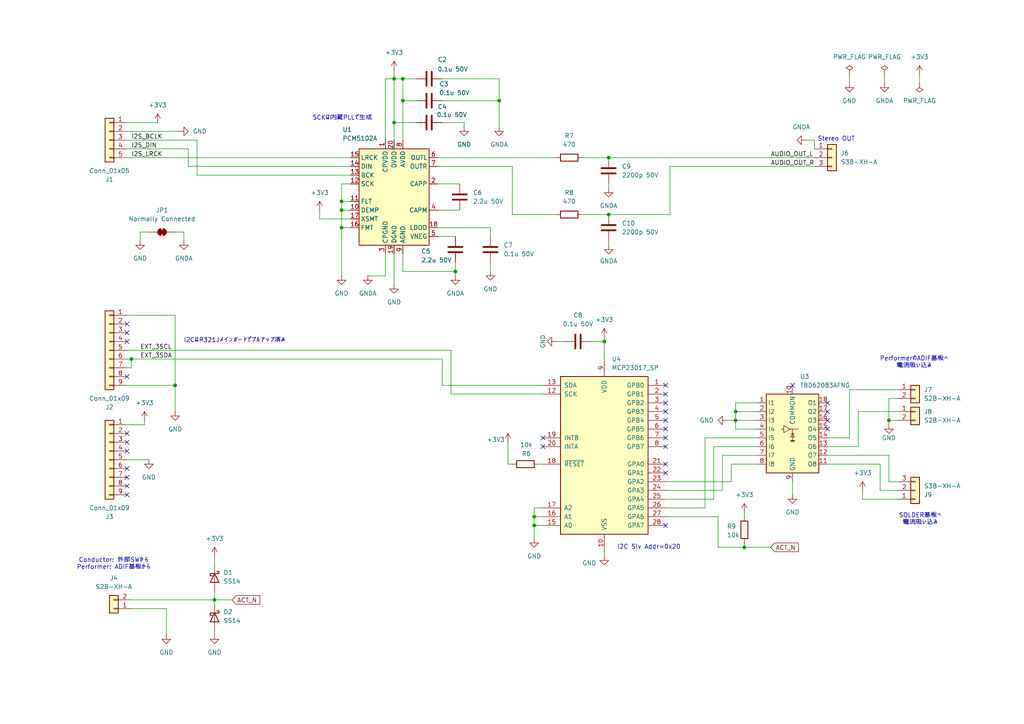
<source format=kicad_sch>
(kicad_sch (version 20250114) (generator "eeschema") (generator_version "9.0")
  (paper "A4")
  (title_block (title "週10で松屋 ADIF-BB基板") (date "2025-12-07") (rev "1.0"))
  (lib_symbols
    (symbol "Audio:PCM5102A"
      (property "Reference" "U" (at -10.16 13.97 0))
      (property "Value" "PCM5102A" (at 3.81 13.97 0))
      (symbol "PCM5102A_0_1"
        (rectangle (start -10.16 12.7) (end 10.16 -15.24) (stroke (width 0.254)) (fill (type background)))
      )
      (symbol "PCM5102A_1_1"
        (pin input line (at -12.7 10.16 0) (length 2.54) (name "LRCK") (number "15"))
        (pin input line (at -12.7 7.62 0) (length 2.54) (name "DIN") (number "14"))
        (pin input line (at -12.7 5.08 0) (length 2.54) (name "BCK") (number "13"))
        (pin input line (at -12.7 2.54 0) (length 2.54) (name "SCK") (number "12"))
        (pin input line (at -12.7 -2.54 0) (length 2.54) (name "FLT") (number "11"))
        (pin input line (at -12.7 -5.08 0) (length 2.54) (name "DEMP") (number "10"))
        (pin input line (at -12.7 -7.62 0) (length 2.54) (name "XSMT") (number "17"))
        (pin input line (at -12.7 -10.16 0) (length 2.54) (name "FMT") (number "16"))
        (pin passive line (at -2.54 15.24 270) (length 2.54) (name "CPVDD") (number "1"))
        (pin power_in line (at -2.54 -17.78 90) (length 2.54) (name "CPGND") (number "3"))
        (pin power_in line (at 0 15.24 270) (length 2.54) (name "DVDD") (number "20"))
        (pin power_in line (at 0 -17.78 90) (length 2.54) (name "DGND") (number "19"))
        (pin power_in line (at 2.54 15.24 270) (length 2.54) (name "AVDD") (number "8"))
        (pin power_in line (at 2.54 -17.78 90) (length 2.54) (name "AGND") (number "9"))
        (pin output line (at 12.7 10.16 180) (length 2.54) (name "OUTL") (number "6"))
        (pin output line (at 12.7 7.62 180) (length 2.54) (name "OUTR") (number "7"))
        (pin passive line (at 12.7 2.54 180) (length 2.54) (name "CAPP") (number "2"))
        (pin passive line (at 12.7 -5.08 180) (length 2.54) (name "CAPM") (number "4"))
        (pin passive line (at 12.7 -10.16 180) (length 2.54) (name "LDOO") (number "18"))
        (pin passive line (at 12.7 -12.7 180) (length 2.54) (name "VNEG") (number "5"))
      )
    )
    (symbol "Connector_Generic:Conn_01x02" (pin_names (offset 1.016) (hide yes))
      (property "Reference" "J" (at 0 2.54 0))
      (property "Value" "Conn_01x02" (at 0 -5.08 0))
      (symbol "Conn_01x02_1_1"
        (rectangle (start -1.27 1.27) (end 1.27 -3.81) (stroke (width 0.254)) (fill (type background)))
        (rectangle (start -1.27 0.127) (end 0 -0.127) (stroke (width 0.1524)))
        (rectangle (start -1.27 -2.413) (end 0 -2.667) (stroke (width 0.1524)))
        (pin passive line (at -5.08 0 0) (length 3.81) (name "Pin_1") (number "1"))
        (pin passive line (at -5.08 -2.54 0) (length 3.81) (name "Pin_2") (number "2"))
      )
    )
    (symbol "Connector_Generic:Conn_01x03" (pin_names (offset 1.016) (hide yes))
      (property "Reference" "J" (at 0 5.08 0))
      (property "Value" "Conn_01x03" (at 0 -5.08 0))
      (symbol "Conn_01x03_1_1"
        (rectangle (start -1.27 3.81) (end 1.27 -3.81) (stroke (width 0.254)) (fill (type background)))
        (rectangle (start -1.27 2.667) (end 0 2.413) (stroke (width 0.1524)))
        (rectangle (start -1.27 0.127) (end 0 -0.127) (stroke (width 0.1524)))
        (rectangle (start -1.27 -2.413) (end 0 -2.667) (stroke (width 0.1524)))
        (pin passive line (at -5.08 2.54 0) (length 3.81) (name "Pin_1") (number "1"))
        (pin passive line (at -5.08 0 0) (length 3.81) (name "Pin_2") (number "2"))
        (pin passive line (at -5.08 -2.54 0) (length 3.81) (name "Pin_3") (number "3"))
      )
    )
    (symbol "Connector_Generic:Conn_01x05" (pin_names (offset 1.016) (hide yes))
      (property "Reference" "J" (at 0 7.62 0))
      (property "Value" "Conn_01x05" (at 0 -7.62 0))
      (symbol "Conn_01x05_1_1"
        (rectangle (start -1.27 6.35) (end 1.27 -6.35) (stroke (width 0.254)) (fill (type background)))
        (rectangle (start -1.27 5.207) (end 0 4.953) (stroke (width 0.1524)))
        (rectangle (start -1.27 2.667) (end 0 2.413) (stroke (width 0.1524)))
        (rectangle (start -1.27 0.127) (end 0 -0.127) (stroke (width 0.1524)))
        (rectangle (start -1.27 -2.413) (end 0 -2.667) (stroke (width 0.1524)))
        (rectangle (start -1.27 -4.953) (end 0 -5.207) (stroke (width 0.1524)))
        (pin passive line (at -5.08 5.08 0) (length 3.81) (name "Pin_1") (number "1"))
        (pin passive line (at -5.08 2.54 0) (length 3.81) (name "Pin_2") (number "2"))
        (pin passive line (at -5.08 0 0) (length 3.81) (name "Pin_3") (number "3"))
        (pin passive line (at -5.08 -2.54 0) (length 3.81) (name "Pin_4") (number "4"))
        (pin passive line (at -5.08 -5.08 0) (length 3.81) (name "Pin_5") (number "5"))
      )
    )
    (symbol "Connector_Generic:Conn_01x09" (pin_names (offset 1.016) (hide yes))
      (property "Reference" "J" (at 0 12.7 0))
      (property "Value" "Conn_01x09" (at 0 -12.7 0))
      (symbol "Conn_01x09_1_1"
        (rectangle (start -1.27 11.43) (end 1.27 -11.43) (stroke (width 0.254)) (fill (type background)))
        (rectangle (start -1.27 10.287) (end 0 10.033) (stroke (width 0.1524)))
        (rectangle (start -1.27 7.747) (end 0 7.493) (stroke (width 0.1524)))
        (rectangle (start -1.27 5.207) (end 0 4.953) (stroke (width 0.1524)))
        (rectangle (start -1.27 2.667) (end 0 2.413) (stroke (width 0.1524)))
        (rectangle (start -1.27 0.127) (end 0 -0.127) (stroke (width 0.1524)))
        (rectangle (start -1.27 -2.413) (end 0 -2.667) (stroke (width 0.1524)))
        (rectangle (start -1.27 -4.953) (end 0 -5.207) (stroke (width 0.1524)))
        (rectangle (start -1.27 -7.493) (end 0 -7.747) (stroke (width 0.1524)))
        (rectangle (start -1.27 -10.033) (end 0 -10.287) (stroke (width 0.1524)))
        (pin passive line (at -5.08 10.16 0) (length 3.81) (name "Pin_1") (number "1"))
        (pin passive line (at -5.08 7.62 0) (length 3.81) (name "Pin_2") (number "2"))
        (pin passive line (at -5.08 5.08 0) (length 3.81) (name "Pin_3") (number "3"))
        (pin passive line (at -5.08 2.54 0) (length 3.81) (name "Pin_4") (number "4"))
        (pin passive line (at -5.08 0 0) (length 3.81) (name "Pin_5") (number "5"))
        (pin passive line (at -5.08 -2.54 0) (length 3.81) (name "Pin_6") (number "6"))
        (pin passive line (at -5.08 -5.08 0) (length 3.81) (name "Pin_7") (number "7"))
        (pin passive line (at -5.08 -7.62 0) (length 3.81) (name "Pin_8") (number "8"))
        (pin passive line (at -5.08 -10.16 0) (length 3.81) (name "Pin_9") (number "9"))
      )
    )
    (symbol "Device:C" (pin_numbers (hide yes)) (pin_names (offset 0.254))
      (property "Reference" "C" (at 0.635 2.54 0))
      (property "Value" "C" (at 0.635 -2.54 0))
      (symbol "C_0_1"
        (polyline (pts (xy -2.032 0.762) (xy 2.032 0.762)) (stroke (width 0.508)))
        (polyline (pts (xy -2.032 -0.762) (xy 2.032 -0.762)) (stroke (width 0.508)))
      )
      (symbol "C_1_1"
        (pin passive line (at 0 3.81 270) (length 2.794) (name "~") (number "1"))
        (pin passive line (at 0 -3.81 90) (length 2.794) (name "~") (number "2"))
      )
    )
    (symbol "Device:R" (pin_numbers (hide yes)) (pin_names (offset 0))
      (property "Reference" "R" (at 2.032 0 90))
      (property "Value" "R" (at 0 0 90))
      (symbol "R_0_1"
        (rectangle (start -1.016 -2.54) (end 1.016 2.54) (stroke (width 0.254)))
      )
      (symbol "R_1_1"
        (pin passive line (at 0 3.81 270) (length 1.27) (name "~") (number "1"))
        (pin passive line (at 0 -3.81 90) (length 1.27) (name "~") (number "2"))
      )
    )
    (symbol "Diode:SS14" (pin_numbers (hide yes)) (pin_names (offset 1.016) (hide yes))
      (property "Reference" "D" (at 0 2.54 0))
      (property "Value" "SS14" (at 0 -2.54 0))
      (symbol "SS14_0_1"
        (polyline (pts (xy -1.905 0.635) (xy -1.905 1.27) (xy -1.27 1.27) (xy -1.27 -1.27) (xy -0.635 -1.27) (xy -0.635 -0.635)) (stroke (width 0.254)))
        (polyline (pts (xy 1.27 1.27) (xy 1.27 -1.27) (xy -1.27 0) (xy 1.27 1.27)) (stroke (width 0.254)))
        (polyline (pts (xy 1.27 0) (xy -1.27 0)))
      )
      (symbol "SS14_1_1"
        (pin passive line (at -3.81 0 0) (length 2.54) (name "K") (number "1"))
        (pin passive line (at 3.81 0 180) (length 2.54) (name "A") (number "2"))
      )
    )
    (symbol "Interface_Expansion:MCP23017_SP" (pin_names (offset 1.016))
      (property "Reference" "U" (at -11.43 24.13 0))
      (property "Value" "MCP23017_SP" (at 0 0 0))
      (symbol "MCP23017_SP_0_1"
        (rectangle (start -12.7 22.86) (end 12.7 -22.86) (stroke (width 0.254)) (fill (type background)))
      )
      (symbol "MCP23017_SP_1_1"
        (pin bidirectional line (at -17.78 20.32 0) (length 5.08) (name "SDA") (number "13"))
        (pin input line (at -17.78 17.78 0) (length 5.08) (name "SCK") (number "12"))
        (pin tri_state line (at -17.78 5.08 0) (length 5.08) (name "INTB") (number "19"))
        (pin tri_state line (at -17.78 2.54 0) (length 5.08) (name "INTA") (number "20"))
        (pin input line (at -17.78 -2.54 0) (length 5.08) (name "~{RESET}") (number "18"))
        (pin input line (at -17.78 -15.24 0) (length 5.08) (name "A2") (number "17"))
        (pin input line (at -17.78 -17.78 0) (length 5.08) (name "A1") (number "16"))
        (pin input line (at -17.78 -20.32 0) (length 5.08) (name "A0") (number "15"))
        (pin no_connect line (at -12.7 15.24 0) (length 5.08) (hide yes) (name "NC") (number "11"))
        (pin no_connect line (at -12.7 12.7 0) (length 5.08) (hide yes) (name "NC") (number "14"))
        (pin power_in line (at 0 27.94 270) (length 5.08) (name "VDD") (number "9"))
        (pin power_in line (at 0 -27.94 90) (length 5.08) (name "VSS") (number "10"))
        (pin bidirectional line (at 17.78 20.32 180) (length 5.08) (name "GPB0") (number "1"))
        (pin bidirectional line (at 17.78 17.78 180) (length 5.08) (name "GPB1") (number "2"))
        (pin bidirectional line (at 17.78 15.24 180) (length 5.08) (name "GPB2") (number "3"))
        (pin bidirectional line (at 17.78 12.7 180) (length 5.08) (name "GPB3") (number "4"))
        (pin bidirectional line (at 17.78 10.16 180) (length 5.08) (name "GPB4") (number "5"))
        (pin bidirectional line (at 17.78 7.62 180) (length 5.08) (name "GPB5") (number "6"))
        (pin bidirectional line (at 17.78 5.08 180) (length 5.08) (name "GPB6") (number "7"))
        (pin output line (at 17.78 2.54 180) (length 5.08) (name "GPB7") (number "8"))
        (pin bidirectional line (at 17.78 -2.54 180) (length 5.08) (name "GPA0") (number "21"))
        (pin bidirectional line (at 17.78 -5.08 180) (length 5.08) (name "GPA1") (number "22"))
        (pin bidirectional line (at 17.78 -7.62 180) (length 5.08) (name "GPA2") (number "23"))
        (pin bidirectional line (at 17.78 -10.16 180) (length 5.08) (name "GPA3") (number "24"))
        (pin bidirectional line (at 17.78 -12.7 180) (length 5.08) (name "GPA4") (number "25"))
        (pin bidirectional line (at 17.78 -15.24 180) (length 5.08) (name "GPA5") (number "26"))
        (pin bidirectional line (at 17.78 -17.78 180) (length 5.08) (name "GPA6") (number "27"))
        (pin output line (at 17.78 -20.32 180) (length 5.08) (name "GPA7") (number "28"))
      )
    )
    (symbol "Jumper:SolderJumper_2_Bridged" (pin_numbers (hide yes)) (pin_names (offset 0) (hide yes)) (in_bom no)
      (property "Reference" "JP" (at 0 2.032 0))
      (property "Value" "SolderJumper_2_Bridged" (at 0 -2.54 0))
      (symbol "SolderJumper_2_Bridged_0_1"
        (rectangle (start -0.508 0.508) (end 0.508 -0.508) (fill (type outline)))
        (polyline (pts (xy -0.254 1.016) (xy -0.254 -1.016)))
        (arc (start -0.254 -1.016) (mid -1.2656 0) (end -0.254 1.016))
        (arc (start -0.254 -1.016) (mid -1.2656 0) (end -0.254 1.016) (fill (type outline)))
        (arc (start 0.254 1.016) (mid 1.2656 0) (end 0.254 -1.016))
        (arc (start 0.254 1.016) (mid 1.2656 0) (end 0.254 -1.016) (fill (type outline)))
        (polyline (pts (xy 0.254 1.016) (xy 0.254 -1.016)))
      )
      (symbol "SolderJumper_2_Bridged_1_1"
        (pin passive line (at -3.81 0 0) (length 2.54) (name "A") (number "1"))
        (pin passive line (at 3.81 0 180) (length 2.54) (name "B") (number "2"))
      )
    )
    (symbol "RoboCon2025_ADIF:TBD62083A"
      (property "Reference" "U" (at -7.62 11.43 0))
      (property "Value" "TBD62083A" (at 1.27 11.43 0))
      (symbol "TBD62083A_0_1"
        (rectangle (start -7.62 10.16) (end 7.62 -12.7) (stroke (width 0.254)) (fill (type background)))
        (polyline (pts (xy -3.302 0) (xy -2.54 0) (xy -2.54 1.016) (xy -0.762 0) (xy -2.54 -1.016) (xy -2.54 0)))
        (polyline (pts (xy -1.778 2.794) (xy -1.778 2.794)) (stroke (width 0.254)))
        (polyline (pts (xy -1.778 2.032) (xy -1.778 2.032)) (stroke (width 0.254)))
        (polyline (pts (xy -1.778 1.27) (xy -1.778 1.27)) (stroke (width 0.254)))
        (polyline (pts (xy -1.778 -1.27) (xy -1.778 -1.27)) (stroke (width 0.254)))
        (polyline (pts (xy -1.778 -2.032) (xy -1.778 -2.032)) (stroke (width 0.254)))
        (polyline (pts (xy -1.778 -2.794) (xy -1.778 -2.794)) (stroke (width 0.254)))
        (polyline (pts (xy -0.762 0) (xy 1.778 0)))
        (polyline (pts (xy -0.508 -1.27) (xy 0.508 -1.27)))
        (rectangle (start -0.508 -3.302) (end 0.508 -3.556) (fill (type outline)))
        (polyline (pts (xy 0 0) (xy 0 0)) (stroke (width 0.508)))
        (polyline (pts (xy 0 0) (xy 0 -3.302)))
        (polyline (pts (xy 0 -1.27) (xy -0.508 -2.286) (xy 0.508 -2.286) (xy 0 -1.27)))
      )
      (symbol "TBD62083A_1_1"
        (pin input line (at -10.16 7.62 0) (length 2.54) (name "I1") (number "1"))
        (pin input line (at -10.16 5.08 0) (length 2.54) (name "I2") (number "2"))
        (pin input line (at -10.16 2.54 0) (length 2.54) (name "I3") (number "3"))
        (pin input line (at -10.16 0 0) (length 2.54) (name "I4") (number "4"))
        (pin input line (at -10.16 -2.54 0) (length 2.54) (name "I5") (number "5"))
        (pin input line (at -10.16 -5.08 0) (length 2.54) (name "I6") (number "6"))
        (pin input line (at -10.16 -7.62 0) (length 2.54) (name "I7") (number "7"))
        (pin input line (at -10.16 -10.16 0) (length 2.54) (name "I8") (number "8"))
        (pin power_in line (at 0 12.7 270) (length 2.54) (name "COMMON") (number "10"))
        (pin power_in line (at 0 -15.24 90) (length 2.54) (name "GND") (number "9"))
        (pin open_emitter line (at 10.16 7.62 180) (length 2.54) (name "O1") (number "18"))
        (pin open_emitter line (at 10.16 5.08 180) (length 2.54) (name "O2") (number "17"))
        (pin open_emitter line (at 10.16 2.54 180) (length 2.54) (name "O3") (number "16"))
        (pin open_emitter line (at 10.16 0 180) (length 2.54) (name "O4") (number "15"))
        (pin open_emitter line (at 10.16 -2.54 180) (length 2.54) (name "O5") (number "14"))
        (pin open_emitter line (at 10.16 -5.08 180) (length 2.54) (name "O6") (number "13"))
        (pin open_emitter line (at 10.16 -7.62 180) (length 2.54) (name "O7") (number "12"))
        (pin open_emitter line (at 10.16 -10.16 180) (length 2.54) (name "O8") (number "11"))
      )
    )
    (symbol "power:+3V3" (power) (pin_numbers (hide yes)) (pin_names (offset 0) (hide yes))
      (property "Value" "+3V3" (at 0 3.556 0))
      (symbol "+3V3_0_1"
        (polyline (pts (xy -0.762 1.27) (xy 0 2.54)))
        (polyline (pts (xy 0 2.54) (xy 0.762 1.27)))
        (polyline (pts (xy 0 0) (xy 0 2.54)))
      )
      (symbol "+3V3_1_1"
        (pin power_in line (at 0 0 90) (length 0) (name "~") (number "1"))
      )
    )
    (symbol "power:GND" (power) (pin_numbers (hide yes)) (pin_names (offset 0) (hide yes))
      (property "Value" "GND" (at 0 -3.81 0))
      (symbol "GND_0_1"
        (polyline (pts (xy 0 0) (xy 0 -1.27) (xy 1.27 -1.27) (xy 0 -2.54) (xy -1.27 -1.27) (xy 0 -1.27)))
      )
      (symbol "GND_1_1"
        (pin power_in line (at 0 0 270) (length 0) (name "~") (number "1"))
      )
    )
    (symbol "power:GNDA" (power) (pin_numbers (hide yes)) (pin_names (offset 0) (hide yes))
      (property "Value" "GNDA" (at 0 -3.81 0))
      (symbol "GNDA_0_1"
        (polyline (pts (xy 0 0) (xy 0 -1.27) (xy 1.27 -1.27) (xy 0 -2.54) (xy -1.27 -1.27) (xy 0 -1.27)))
      )
      (symbol "GNDA_1_1"
        (pin power_in line (at 0 0 270) (length 0) (name "~") (number "1"))
      )
    )
    (symbol "power:PWR_FLAG" (power) (pin_numbers (hide yes)) (pin_names (offset 0) (hide yes))
      (property "Value" "PWR_FLAG" (at 0 3.81 0))
      (symbol "PWR_FLAG_0_0"
        (pin power_out line (at 0 0 90) (length 0) (name "~") (number "1"))
      )
      (symbol "PWR_FLAG_0_1"
        (polyline (pts (xy 0 0) (xy 0 1.27) (xy -1.016 1.905) (xy 0 2.54) (xy 1.016 1.905) (xy 0 1.27)))
      )
    )
  )
  (text "SCKは内蔵PLLで生成" (at 99.314 34.29 0) (effects (font (size 1.27 1.27))))
  (text "I2C Slv Addr=0x20" (at 188.214 158.75 0) (effects (font (size 1.27 1.27))))
  (text "PerformerのADIF基板へ\n電流吸い込み" (at 265.176 105.156 0) (effects (font (size 1.27 1.27))))
  (text "Conductor: 外部SWから\nPerformer: ADIF基板から" (at 33.02 163.576 0) (effects (font (size 1.27 1.27))))
  (text "I2CはR321Jメインボードでプルアップ済み" (at 68.072 98.806 0) (effects (font (size 1.27 1.27))))
  (text "Stereo OUT" (at 242.57 40.386 0) (effects (font (size 1.27 1.27))))
  (text "SOLDER基板へ\n電流吸い込み" (at 266.954 150.622 0) (effects (font (size 1.27 1.27))))
  (junction (at 213.36 119.38))
  (junction (at 132.08 78.74))
  (junction (at 38.1 104.14))
  (junction (at 99.06 66.04))
  (junction (at 116.84 29.21))
  (junction (at 144.78 29.21))
  (junction (at 114.3 35.56))
  (junction (at 99.06 58.42))
  (junction (at 62.23 173.99))
  (junction (at 176.53 62.23))
  (junction (at 154.94 149.86))
  (junction (at 176.53 45.72))
  (junction (at 213.36 121.92))
  (junction (at 114.3 22.86))
  (junction (at 154.94 152.4))
  (junction (at 215.9 158.75))
  (junction (at 50.8 111.76))
  (junction (at 99.06 60.96))
  (junction (at 116.84 22.86))
  (junction (at 257.81 121.92))
  (junction (at 175.26 99.06))
  (no_connect (at 36.83 109.22))
  (no_connect (at 36.83 143.51))
  (no_connect (at 36.83 140.97))
  (no_connect (at 240.03 116.84))
  (no_connect (at 193.04 114.3))
  (no_connect (at 193.04 124.46))
  (no_connect (at 36.83 96.52))
  (no_connect (at 36.83 125.73))
  (no_connect (at 193.04 152.4))
  (no_connect (at 240.03 124.46))
  (no_connect (at 193.04 121.92))
  (no_connect (at 193.04 111.76))
  (no_connect (at 157.48 127))
  (no_connect (at 193.04 134.62))
  (no_connect (at 193.04 137.16))
  (no_connect (at 36.83 135.89))
  (no_connect (at 157.48 129.54))
  (no_connect (at 193.04 129.54))
  (no_connect (at 240.03 121.92))
  (no_connect (at 36.83 138.43))
  (no_connect (at 193.04 119.38))
  (no_connect (at 193.04 116.84))
  (no_connect (at 36.83 99.06))
  (no_connect (at 36.83 93.98))
  (no_connect (at 229.87 111.76))
  (no_connect (at 240.03 119.38))
  (no_connect (at 193.04 127))
  (no_connect (at 36.83 128.27))
  (no_connect (at 36.83 130.81))
  (wire (pts (xy 92.71 63.5) (xy 101.6 63.5)))
  (wire (pts (xy 175.26 160.02) (xy 175.26 161.29)))
  (wire (pts (xy 250.19 144.78) (xy 260.35 144.78)))
  (wire (pts (xy 156.21 134.62) (xy 157.48 134.62)))
  (wire (pts (xy 213.36 121.92) (xy 213.36 124.46)))
  (wire (pts (xy 128.27 111.76) (xy 157.48 111.76)))
  (wire (pts (xy 114.3 35.56) (xy 120.65 35.56)))
  (wire (pts (xy 38.1 104.14) (xy 128.27 104.14)))
  (wire (pts (xy 144.78 22.86) (xy 144.78 29.21)))
  (wire (pts (xy 114.3 73.66) (xy 114.3 82.55)))
  (wire (pts (xy 154.94 147.32) (xy 157.48 147.32)))
  (wire (pts (xy 54.61 43.18) (xy 54.61 48.26)))
  (wire (pts (xy 266.7 21.59) (xy 266.7 24.13)))
  (wire (pts (xy 209.55 132.08) (xy 219.71 132.08)))
  (wire (pts (xy 154.94 156.21) (xy 154.94 152.4)))
  (wire (pts (xy 116.84 29.21) (xy 116.84 40.64)))
  (wire (pts (xy 154.94 149.86) (xy 154.94 147.32)))
  (wire (pts (xy 248.92 119.38) (xy 248.92 129.54)))
  (wire (pts (xy 111.76 22.86) (xy 114.3 22.86)))
  (wire (pts (xy 142.24 76.2) (xy 142.24 78.74)))
  (wire (pts (xy 36.83 101.6) (xy 130.81 101.6)))
  (wire (pts (xy 209.55 142.24) (xy 193.04 142.24)))
  (wire (pts (xy 168.91 45.72) (xy 176.53 45.72)))
  (wire (pts (xy 236.22 40.64) (xy 236.22 43.18)))
  (wire (pts (xy 114.3 22.86) (xy 114.3 35.56)))
  (wire (pts (xy 38.1 104.14) (xy 36.83 104.14)))
  (wire (pts (xy 148.59 62.23) (xy 161.29 62.23)))
  (wire (pts (xy 257.81 121.92) (xy 257.81 123.19)))
  (wire (pts (xy 40.64 67.31) (xy 43.18 67.31)))
  (wire (pts (xy 38.1 104.14) (xy 38.1 106.68)))
  (wire (pts (xy 246.38 113.03) (xy 260.35 113.03)))
  (wire (pts (xy 176.53 45.72) (xy 236.22 45.72)))
  (wire (pts (xy 116.84 22.86) (xy 116.84 29.21)))
  (wire (pts (xy 99.06 60.96) (xy 99.06 66.04)))
  (wire (pts (xy 246.38 127) (xy 240.03 127)))
  (wire (pts (xy 240.03 132.08) (xy 257.81 132.08)))
  (wire (pts (xy 207.01 129.54) (xy 207.01 144.78)))
  (wire (pts (xy 204.47 147.32) (xy 204.47 127)))
  (wire (pts (xy 114.3 35.56) (xy 114.3 40.64)))
  (wire (pts (xy 215.9 158.75) (xy 223.52 158.75)))
  (wire (pts (xy 130.81 114.3) (xy 157.48 114.3)))
  (wire (pts (xy 57.15 50.8) (xy 101.6 50.8)))
  (wire (pts (xy 99.06 80.01) (xy 99.06 66.04)))
  (wire (pts (xy 240.03 134.62) (xy 255.27 134.62)))
  (wire (pts (xy 208.28 149.86) (xy 208.28 158.75)))
  (wire (pts (xy 116.84 22.86) (xy 114.3 22.86)))
  (wire (pts (xy 229.87 139.7) (xy 229.87 143.51)))
  (wire (pts (xy 53.34 69.85) (xy 53.34 67.31)))
  (wire (pts (xy 144.78 29.21) (xy 144.78 36.83)))
  (wire (pts (xy 147.32 134.62) (xy 148.59 134.62)))
  (wire (pts (xy 127 53.34) (xy 133.35 53.34)))
  (wire (pts (xy 111.76 22.86) (xy 111.76 40.64)))
  (wire (pts (xy 38.1 173.99) (xy 62.23 173.99)))
  (wire (pts (xy 219.71 121.92) (xy 213.36 121.92)))
  (wire (pts (xy 176.53 69.85) (xy 176.53 71.12)))
  (wire (pts (xy 50.8 111.76) (xy 50.8 119.38)))
  (wire (pts (xy 212.09 134.62) (xy 212.09 139.7)))
  (wire (pts (xy 99.06 53.34) (xy 101.6 53.34)))
  (wire (pts (xy 127 48.26) (xy 148.59 48.26)))
  (wire (pts (xy 194.31 48.26) (xy 236.22 48.26)))
  (wire (pts (xy 257.81 139.7) (xy 260.35 139.7)))
  (wire (pts (xy 154.94 149.86) (xy 157.48 149.86)))
  (wire (pts (xy 128.27 104.14) (xy 128.27 111.76)))
  (wire (pts (xy 38.1 106.68) (xy 36.83 106.68)))
  (wire (pts (xy 250.19 142.24) (xy 250.19 144.78)))
  (wire (pts (xy 133.35 60.96) (xy 127 60.96)))
  (wire (pts (xy 111.76 80.01) (xy 111.76 73.66)))
  (wire (pts (xy 219.71 124.46) (xy 213.36 124.46)))
  (wire (pts (xy 215.9 149.86) (xy 215.9 148.59)))
  (wire (pts (xy 260.35 142.24) (xy 255.27 142.24)))
  (wire (pts (xy 207.01 129.54) (xy 219.71 129.54)))
  (wire (pts (xy 36.83 45.72) (xy 101.6 45.72)))
  (wire (pts (xy 175.26 97.79) (xy 175.26 99.06)))
  (wire (pts (xy 127 45.72) (xy 161.29 45.72)))
  (wire (pts (xy 257.81 115.57) (xy 260.35 115.57)))
  (wire (pts (xy 128.27 35.56) (xy 134.62 35.56)))
  (wire (pts (xy 36.83 111.76) (xy 50.8 111.76)))
  (wire (pts (xy 257.81 132.08) (xy 257.81 139.7)))
  (wire (pts (xy 213.36 121.92) (xy 210.82 121.92)))
  (wire (pts (xy 154.94 152.4) (xy 157.48 152.4)))
  (wire (pts (xy 213.36 119.38) (xy 213.36 121.92)))
  (wire (pts (xy 116.84 22.86) (xy 120.65 22.86)))
  (wire (pts (xy 134.62 35.56) (xy 134.62 36.83)))
  (wire (pts (xy 36.83 35.56) (xy 45.72 35.56)))
  (wire (pts (xy 213.36 116.84) (xy 213.36 119.38)))
  (wire (pts (xy 36.83 38.1) (xy 52.07 38.1)))
  (wire (pts (xy 257.81 115.57) (xy 257.81 121.92)))
  (wire (pts (xy 48.26 176.53) (xy 48.26 184.15)))
  (wire (pts (xy 154.94 152.4) (xy 154.94 149.86)))
  (wire (pts (xy 128.27 22.86) (xy 144.78 22.86)))
  (wire (pts (xy 53.34 67.31) (xy 50.8 67.31)))
  (wire (pts (xy 248.92 129.54) (xy 240.03 129.54)))
  (wire (pts (xy 212.09 139.7) (xy 193.04 139.7)))
  (wire (pts (xy 41.91 121.92) (xy 41.91 123.19)))
  (wire (pts (xy 213.36 119.38) (xy 219.71 119.38)))
  (wire (pts (xy 132.08 76.2) (xy 132.08 78.74)))
  (wire (pts (xy 260.35 119.38) (xy 248.92 119.38)))
  (wire (pts (xy 99.06 53.34) (xy 99.06 58.42)))
  (wire (pts (xy 161.29 99.06) (xy 163.83 99.06)))
  (wire (pts (xy 246.38 113.03) (xy 246.38 127)))
  (wire (pts (xy 116.84 78.74) (xy 132.08 78.74)))
  (wire (pts (xy 101.6 60.96) (xy 99.06 60.96)))
  (wire (pts (xy 92.71 63.5) (xy 92.71 60.96)))
  (wire (pts (xy 171.45 99.06) (xy 175.26 99.06)))
  (wire (pts (xy 127 68.58) (xy 132.08 68.58)))
  (wire (pts (xy 176.53 53.34) (xy 176.53 54.61)))
  (wire (pts (xy 219.71 116.84) (xy 213.36 116.84)))
  (wire (pts (xy 142.24 66.04) (xy 142.24 68.58)))
  (wire (pts (xy 127 66.04) (xy 142.24 66.04)))
  (wire (pts (xy 148.59 48.26) (xy 148.59 62.23)))
  (wire (pts (xy 99.06 66.04) (xy 101.6 66.04)))
  (wire (pts (xy 132.08 80.01) (xy 132.08 78.74)))
  (wire (pts (xy 106.68 80.01) (xy 111.76 80.01)))
  (wire (pts (xy 204.47 127) (xy 219.71 127)))
  (wire (pts (xy 208.28 158.75) (xy 215.9 158.75)))
  (wire (pts (xy 130.81 101.6) (xy 130.81 114.3)))
  (wire (pts (xy 40.64 69.85) (xy 40.64 67.31)))
  (wire (pts (xy 194.31 62.23) (xy 176.53 62.23)))
  (wire (pts (xy 57.15 40.64) (xy 57.15 50.8)))
  (wire (pts (xy 54.61 48.26) (xy 101.6 48.26)))
  (wire (pts (xy 256.54 21.59) (xy 256.54 24.13)))
  (wire (pts (xy 212.09 134.62) (xy 219.71 134.62)))
  (wire (pts (xy 36.83 91.44) (xy 50.8 91.44)))
  (wire (pts (xy 62.23 173.99) (xy 62.23 175.26)))
  (wire (pts (xy 116.84 29.21) (xy 120.65 29.21)))
  (wire (pts (xy 215.9 157.48) (xy 215.9 158.75)))
  (wire (pts (xy 193.04 147.32) (xy 204.47 147.32)))
  (wire (pts (xy 62.23 171.45) (xy 62.23 173.99)))
  (wire (pts (xy 233.68 40.64) (xy 236.22 40.64)))
  (wire (pts (xy 194.31 48.26) (xy 194.31 62.23)))
  (wire (pts (xy 62.23 182.88) (xy 62.23 184.15)))
  (wire (pts (xy 257.81 121.92) (xy 260.35 121.92)))
  (wire (pts (xy 246.38 21.59) (xy 246.38 24.13)))
  (wire (pts (xy 114.3 20.32) (xy 114.3 22.86)))
  (wire (pts (xy 36.83 133.35) (xy 43.18 133.35)))
  (wire (pts (xy 255.27 142.24) (xy 255.27 134.62)))
  (wire (pts (xy 41.91 123.19) (xy 36.83 123.19)))
  (wire (pts (xy 36.83 40.64) (xy 57.15 40.64)))
  (wire (pts (xy 207.01 144.78) (xy 193.04 144.78)))
  (wire (pts (xy 101.6 58.42) (xy 99.06 58.42)))
  (wire (pts (xy 193.04 149.86) (xy 208.28 149.86)))
  (wire (pts (xy 209.55 132.08) (xy 209.55 142.24)))
  (wire (pts (xy 62.23 173.99) (xy 67.31 173.99)))
  (wire (pts (xy 147.32 128.27) (xy 147.32 134.62)))
  (wire (pts (xy 175.26 99.06) (xy 175.26 104.14)))
  (wire (pts (xy 128.27 29.21) (xy 144.78 29.21)))
  (wire (pts (xy 99.06 58.42) (xy 99.06 60.96)))
  (wire (pts (xy 62.23 161.29) (xy 62.23 163.83)))
  (wire (pts (xy 36.83 43.18) (xy 54.61 43.18)))
  (wire (pts (xy 50.8 91.44) (xy 50.8 111.76)))
  (wire (pts (xy 168.91 62.23) (xy 176.53 62.23)))
  (wire (pts (xy 116.84 73.66) (xy 116.84 78.74)))
  (wire (pts (xy 38.1 176.53) (xy 48.26 176.53)))
  (label "AUDIO_OUT_L" (at 223.52 45.72 0))
  (label "AUDIO_OUT_R" (at 223.52 48.26 0))
  (label "I2S_DIN" (at 38.1 43.18 0))
  (label "EXT_3SDA" (at 40.64 104.14 0))
  (label "I2S_LRCK" (at 38.1 45.72 0))
  (label "I2S_BCLK" (at 38.1 40.64 0))
  (label "EXT_3SCL" (at 40.64 101.6 0))
  (global_label "ACT_N" (shape input) (at 223.52 158.75 0) (property "Intersheetrefs" "${INTERSHEET_REFS}" (effects (hide yes))))
  (global_label "ACT_N" (shape input) (at 67.31 173.99 0) (property "Intersheetrefs" "${INTERSHEET_REFS}" (effects (hide yes))))
  (symbol (lib_id "power:PWR_FLAG") (at 256.54 21.59 0) (unit 1)
    (property "Reference" "#FLG02" (effects (hide yes)))
    (property "Value" "PWR_FLAG" (at 256.54 16.51 0))
    (property "Description" "Special symbol for telling ERC where power comes from" (effects (hide yes)))
  )
  (symbol (lib_id "Device:C") (at 142.24 72.39 0) (unit 1)
    (property "Reference" "C7" (at 146.05 71.1199 0) (effects (justify left)))
    (property "Value" "0.1u 50V" (at 146.05 73.6599 0) (effects (justify left)))
    (property "Footprint" "Capacitor_THT:C_Disc_D3.0mm_W2.0mm_P2.50mm" (effects (hide yes)))
    (property "Description" "Unpolarized capacitor" (effects (hide yes)))
  )
  (symbol (lib_id "Device:C") (at 133.35 57.15 180) (unit 1)
    (property "Reference" "C6" (at 137.16 55.8799 0) (effects (justify right)))
    (property "Value" "2.2u 50V" (at 137.16 58.4199 0) (effects (justify right)))
    (property "Footprint" "Capacitor_THT:C_Disc_D7.0mm_W2.5mm_P5.00mm" (effects (hide yes)))
    (property "Description" "Unpolarized capacitor" (effects (hide yes)))
  )
  (symbol (lib_id "power:GND") (at 43.18 133.35 0) (unit 1)
    (property "Reference" "#PWR08" (effects (hide yes)))
    (property "Value" "GND" (at 43.18 138.43 0))
    (property "Description" "Power symbol creates a global label with name \"GND\" , ground" (effects (hide yes)))
  )
  (symbol (lib_id "power:GND") (at 48.26 184.15 0) (unit 1)
    (property "Reference" "#PWR04" (effects (hide yes)))
    (property "Value" "GND" (at 48.26 189.23 0))
    (property "Description" "Power symbol creates a global label with name \"GND\" , ground" (effects (hide yes)))
  )
  (symbol (lib_id "power:GND") (at 50.8 119.38 0) (unit 1)
    (property "Reference" "#PWR05" (effects (hide yes)))
    (property "Value" "GND" (at 50.8 124.46 0))
    (property "Description" "Power symbol creates a global label with name \"GND\" , ground" (effects (hide yes)))
  )
  (symbol (lib_id "power:GND") (at 175.26 161.29 0) (unit 1)
    (property "Reference" "#PWR024" (effects (hide yes)))
    (property "Value" "GND" (at 170.942 163.322 0))
    (property "Description" "Power symbol creates a global label with name \"GND\" , ground" (effects (hide yes)))
  )
  (symbol (lib_id "Connector_Generic:Conn_01x02") (at 33.02 176.53 180) (unit 1)
    (property "Reference" "J4" (at 33.02 167.64 0))
    (property "Value" "S2B-XH-A" (at 33.02 170.18 0))
    (property "Footprint" "Connector_JST:JST_XH_S2B-XH-A_1x02_P2.50mm_Horizontal" (effects (hide yes)))
    (property "Description" "Generic connector, single row, 01x02, script generated (kicad-library-utils/schlib/autogen/connector/)" (effects (hide yes)))
  )
  (symbol (lib_id "power:GNDA") (at 53.34 69.85 0) (unit 1)
    (property "Reference" "#PWR07" (effects (hide yes)))
    (property "Value" "GNDA" (at 53.34 74.93 0))
    (property "Description" "Power symbol creates a global label with name \"GNDA\" , analog ground" (effects (hide yes)))
  )
  (symbol (lib_id "power:PWR_FLAG") (at 246.38 21.59 0) (unit 1)
    (property "Reference" "#FLG01" (effects (hide yes)))
    (property "Value" "PWR_FLAG" (at 246.38 16.51 0))
    (property "Description" "Special symbol for telling ERC where power comes from" (effects (hide yes)))
  )
  (symbol (lib_id "power:GND") (at 142.24 78.74 0) (unit 1)
    (property "Reference" "#PWR028" (effects (hide yes)))
    (property "Value" "GND" (at 142.24 83.82 0))
    (property "Description" "Power symbol creates a global label with name \"GND\" , ground" (effects (hide yes)))
  )
  (symbol (lib_id "power:GNDA") (at 132.08 80.01 0) (unit 1)
    (property "Reference" "#PWR016" (effects (hide yes)))
    (property "Value" "GNDA" (at 132.08 85.09 0))
    (property "Description" "Power symbol creates a global label with name \"GNDA\" , analog ground" (effects (hide yes)))
  )
  (symbol (lib_id "Audio:PCM5102A") (at 114.3 55.88 0) (unit 1)
    (property "Reference" "U1" (at 99.314 37.592 0) (effects (justify left)))
    (property "Value" "PCM5102A" (at 99.314 40.132 0) (effects (justify left)))
    (property "Footprint" "RoboCon2025_ADIF:DIP-24_W15.24mm_Socket" (effects (hide yes)))
    (property "Datasheet" "https://www.ti.com/lit/ds/symlink/pcm5102a.pdf" (effects (hide yes)))
    (property "Description" "2.1 VRMS, 112dB Audio Stereo DAC with PLL and 32-bit, 384kHz PCM Interface, TSSOP-20" (effects (hide yes)))
  )
  (symbol (lib_id "power:GND") (at 257.81 123.19 0) (unit 1)
    (property "Reference" "#PWR033" (effects (hide yes)))
    (property "Value" "GND" (at 257.81 127 0))
    (property "Description" "Power symbol creates a global label with name \"GND\" , ground" (effects (hide yes)))
  )
  (symbol (lib_id "power:GND") (at 40.64 69.85 0) (unit 1)
    (property "Reference" "#PWR01" (effects (hide yes)))
    (property "Value" "GND" (at 40.64 74.93 0))
    (property "Description" "Power symbol creates a global label with name \"GND\" , ground" (effects (hide yes)))
  )
  (symbol (lib_id "power:GND") (at 210.82 121.92 270) (unit 1)
    (property "Reference" "#PWR011" (effects (hide yes)))
    (property "Value" "GND" (at 207.01 121.9199 90) (effects (justify right)))
    (property "Description" "Power symbol creates a global label with name \"GND\" , ground" (effects (hide yes)))
  )
  (symbol (lib_id "Device:C") (at 124.46 22.86 90) (unit 1)
    (property "Reference" "C2" (at 128.27 17.272 90))
    (property "Value" "0.1u 50V" (at 131.318 20.066 90))
    (property "Footprint" "Capacitor_THT:C_Disc_D3.0mm_W2.0mm_P2.50mm" (effects (hide yes)))
    (property "Description" "Unpolarized capacitor" (effects (hide yes)))
  )
  (symbol (lib_id "power:+3V3") (at 92.71 60.96 0) (unit 1)
    (property "Reference" "#PWR020" (effects (hide yes)))
    (property "Value" "+3V3" (at 92.71 55.88 0))
    (property "Description" "Power symbol creates a global label with name \"+3V3\"" (effects (hide yes)))
  )
  (symbol (lib_id "power:GNDA") (at 256.54 24.13 0) (unit 1)
    (property "Reference" "#PWR032" (effects (hide yes)))
    (property "Value" "GNDA" (at 256.54 29.21 0))
    (property "Description" "Power symbol creates a global label with name \"GNDA\" , analog ground" (effects (hide yes)))
  )
  (symbol (lib_id "power:+3V3") (at 147.32 128.27 0) (unit 1)
    (property "Reference" "#PWR018" (effects (hide yes)))
    (property "Value" "+3V3" (at 143.764 127.508 0))
    (property "Description" "Power symbol creates a global label with name \"+3V3\"" (effects (hide yes)))
  )
  (symbol (lib_id "Diode:SS14") (at 62.23 179.07 270) (unit 1)
    (property "Reference" "D2" (at 64.77 177.4824 90) (effects (justify left)))
    (property "Value" "SS14" (at 64.77 180.0224 90) (effects (justify left)))
    (property "Footprint" "Diode_THT:D_DO-15_P2.54mm_Vertical_AnodeUp" (effects (hide yes)))
    (property "Datasheet" "https://www.vishay.com/docs/88746/ss12.pdf" (effects (hide yes)))
    (property "Description" "40V 1A Schottky Diode, SMA" (effects (hide yes)))
  )
  (symbol (lib_id "Device:R") (at 165.1 45.72 90) (unit 1)
    (property "Reference" "R7" (at 165.1 39.37 90))
    (property "Value" "470" (at 165.1 41.91 90))
    (property "Footprint" "Resistor_THT:R_Axial_DIN0207_L6.3mm_D2.5mm_P2.54mm_Vertical" (effects (hide yes)))
    (property "Description" "Resistor" (effects (hide yes)))
  )
  (symbol (lib_id "Connector_Generic:Conn_01x09") (at 31.75 133.35 0) (mirror y) (unit 1)
    (property "Reference" "J3" (at 31.75 149.86 0))
    (property "Value" "Conn_01x09" (at 31.75 147.32 0))
    (property "Footprint" "Connector_PinHeader_2.54mm:PinHeader_1x09_P2.54mm_Vertical" (effects (hide yes)))
    (property "Description" "Generic connector, single row, 01x09, script generated (kicad-library-utils/schlib/autogen/connector/)" (effects (hide yes)))
  )
  (symbol (lib_id "power:+3V3") (at 45.72 35.56 0) (unit 1)
    (property "Reference" "#PWR03" (effects (hide yes)))
    (property "Value" "+3V3" (at 45.72 30.48 0))
    (property "Description" "Power symbol creates a global label with name \"+3V3\"" (effects (hide yes)))
  )
  (symbol (lib_id "power:GND") (at 99.06 80.01 0) (unit 1)
    (property "Reference" "#PWR013" (effects (hide yes)))
    (property "Value" "GND" (at 99.06 85.09 0))
    (property "Description" "Power symbol creates a global label with name \"GND\" , ground" (effects (hide yes)))
  )
  (symbol (lib_id "power:GNDA") (at 106.68 80.01 0) (unit 1)
    (property "Reference" "#PWR012" (effects (hide yes)))
    (property "Value" "GNDA" (at 106.68 85.09 0))
    (property "Description" "Power symbol creates a global label with name \"GNDA\" , analog ground" (effects (hide yes)))
  )
  (symbol (lib_id "Device:R") (at 215.9 153.67 0) (unit 1)
    (property "Reference" "R9" (at 210.82 152.654 0) (effects (justify left)))
    (property "Value" "10k" (at 210.82 155.194 0) (effects (justify left)))
    (property "Footprint" "Resistor_THT:R_Axial_DIN0207_L6.3mm_D2.5mm_P2.54mm_Vertical" (effects (hide yes)))
    (property "Description" "Resistor" (effects (hide yes)))
  )
  (symbol (lib_id "power:GNDA") (at 144.78 36.83 0) (unit 1)
    (property "Reference" "#PWR019" (effects (hide yes)))
    (property "Value" "GNDA" (at 144.78 41.91 0))
    (property "Description" "Power symbol creates a global label with name \"GNDA\" , analog ground" (effects (hide yes)))
  )
  (symbol (lib_id "Connector_Generic:Conn_01x03") (at 265.43 142.24 0) (mirror x) (unit 1)
    (property "Reference" "J9" (at 267.97 143.5101 0) (effects (justify left)))
    (property "Value" "S3B-XH-A" (at 267.97 140.9701 0) (effects (justify left)))
    (property "Footprint" "Connector_JST:JST_XH_S3B-XH-A_1x03_P2.50mm_Horizontal" (effects (hide yes)))
    (property "Description" "Generic connector, single row, 01x03, script generated (kicad-library-utils/schlib/autogen/connector/)" (effects (hide yes)))
  )
  (symbol (lib_id "power:PWR_FLAG") (at 266.7 24.13 180) (unit 1)
    (property "Reference" "#FLG03" (effects (hide yes)))
    (property "Value" "PWR_FLAG" (at 266.7 29.21 0))
    (property "Description" "Special symbol for telling ERC where power comes from" (effects (hide yes)))
  )
  (symbol (lib_id "power:GNDA") (at 176.53 54.61 0) (unit 1)
    (property "Reference" "#PWR025" (effects (hide yes)))
    (property "Value" "GNDA" (at 176.53 59.69 0))
    (property "Description" "Power symbol creates a global label with name \"GNDA\" , analog ground" (effects (hide yes)))
  )
  (symbol (lib_id "Connector_Generic:Conn_01x09") (at 31.75 101.6 0) (mirror y) (unit 1)
    (property "Reference" "J2" (at 31.75 118.11 0))
    (property "Value" "Conn_01x09" (at 31.75 115.57 0))
    (property "Footprint" "Connector_PinHeader_2.54mm:PinHeader_1x09_P2.54mm_Vertical" (effects (hide yes)))
    (property "Description" "Generic connector, single row, 01x09, script generated (kicad-library-utils/schlib/autogen/connector/)" (effects (hide yes)))
  )
  (symbol (lib_id "power:GND") (at 246.38 24.13 0) (unit 1)
    (property "Reference" "#PWR031" (effects (hide yes)))
    (property "Value" "GND" (at 246.38 29.21 0))
    (property "Description" "Power symbol creates a global label with name \"GND\" , ground" (effects (hide yes)))
  )
  (symbol (lib_id "power:GND") (at 134.62 36.83 0) (unit 1)
    (property "Reference" "#PWR017" (effects (hide yes)))
    (property "Value" "GND" (at 134.62 41.91 0))
    (property "Description" "Power symbol creates a global label with name \"GND\" , ground" (effects (hide yes)))
  )
  (symbol (lib_id "Device:C") (at 124.46 35.56 90) (unit 1)
    (property "Reference" "C4" (at 128.27 30.988 90))
    (property "Value" "0.1u 50V" (at 131.064 33.274 90))
    (property "Footprint" "Capacitor_THT:C_Disc_D3.0mm_W2.0mm_P2.50mm" (effects (hide yes)))
    (property "Description" "Unpolarized capacitor" (effects (hide yes)))
  )
  (symbol (lib_id "Connector_Generic:Conn_01x05") (at 31.75 40.64 0) (mirror y) (unit 1)
    (property "Reference" "J1" (at 31.75 52.07 0))
    (property "Value" "Conn_01x05" (at 31.75 49.53 0))
    (property "Footprint" "Connector_PinHeader_2.54mm:PinHeader_1x05_P2.54mm_Vertical" (effects (hide yes)))
    (property "Description" "Generic connector, single row, 01x05, script generated (kicad-library-utils/schlib/autogen/connector/)" (effects (hide yes)))
  )
  (symbol (lib_id "Device:C") (at 176.53 66.04 0) (unit 1)
    (property "Reference" "C10" (at 180.34 64.7699 0) (effects (justify left)))
    (property "Value" "2200p 50V" (at 180.34 67.3099 0) (effects (justify left)))
    (property "Footprint" "Capacitor_THT:C_Disc_D7.0mm_W2.5mm_P5.00mm" (effects (hide yes)))
    (property "Description" "Unpolarized capacitor" (effects (hide yes)))
  )
  (symbol (lib_id "power:GND") (at 161.29 99.06 270) (unit 1)
    (property "Reference" "#PWR022" (effects (hide yes)))
    (property "Value" "GND" (at 157.48 99.06 0))
    (property "Description" "Power symbol creates a global label with name \"GND\" , ground" (effects (hide yes)))
  )
  (symbol (lib_id "power:GND") (at 52.07 38.1 90) (unit 1)
    (property "Reference" "#PWR06" (effects (hide yes)))
    (property "Value" "GND" (at 55.88 38.0999 90) (effects (justify right)))
    (property "Description" "Power symbol creates a global label with name \"GND\" , ground" (effects (hide yes)))
  )
  (symbol (lib_id "power:GND") (at 229.87 143.51 0) (unit 1)
    (property "Reference" "#PWR029" (effects (hide yes)))
    (property "Value" "GND" (at 229.87 148.59 0))
    (property "Description" "Power symbol creates a global label with name \"GND\" , ground" (effects (hide yes)))
  )
  (symbol (lib_id "Diode:SS14") (at 62.23 167.64 270) (unit 1)
    (property "Reference" "D1" (at 64.77 166.0524 90) (effects (justify left)))
    (property "Value" "SS14" (at 64.77 168.5924 90) (effects (justify left)))
    (property "Footprint" "Diode_THT:D_DO-15_P2.54mm_Vertical_AnodeUp" (effects (hide yes)))
    (property "Datasheet" "https://www.vishay.com/docs/88746/ss12.pdf" (effects (hide yes)))
    (property "Description" "40V 1A Schottky Diode, SMA" (effects (hide yes)))
  )
  (symbol (lib_id "power:GND") (at 154.94 156.21 0) (unit 1)
    (property "Reference" "#PWR021" (effects (hide yes)))
    (property "Value" "GND" (at 154.94 161.29 0))
    (property "Description" "Power symbol creates a global label with name \"GND\" , ground" (effects (hide yes)))
  )
  (symbol (lib_id "power:+3V3") (at 62.23 161.29 0) (unit 1)
    (property "Reference" "#PWR09" (effects (hide yes)))
    (property "Value" "+3V3" (at 62.23 156.21 0))
    (property "Description" "Power symbol creates a global label with name \"+3V3\"" (effects (hide yes)))
  )
  (symbol (lib_id "Device:C") (at 167.64 99.06 90) (unit 1)
    (property "Reference" "C8" (at 167.64 91.44 90))
    (property "Value" "0.1u 50V" (at 167.64 93.98 90))
    (property "Footprint" "Capacitor_THT:C_Disc_D3.0mm_W2.0mm_P2.50mm" (effects (hide yes)))
    (property "Description" "Unpolarized capacitor" (effects (hide yes)))
  )
  (symbol (lib_id "Device:C") (at 176.53 49.53 0) (unit 1)
    (property "Reference" "C9" (at 180.34 48.2599 0) (effects (justify left)))
    (property "Value" "2200p 50V" (at 180.34 50.7999 0) (effects (justify left)))
    (property "Footprint" "Capacitor_THT:C_Disc_D7.0mm_W2.5mm_P5.00mm" (effects (hide yes)))
    (property "Description" "Unpolarized capacitor" (effects (hide yes)))
  )
  (symbol (lib_id "power:+3V3") (at 175.26 97.79 0) (unit 1)
    (property "Reference" "#PWR023" (effects (hide yes)))
    (property "Value" "+3V3" (at 175.26 92.71 0))
    (property "Description" "Power symbol creates a global label with name \"+3V3\"" (effects (hide yes)))
  )
  (symbol (lib_id "power:+3V3") (at 41.91 121.92 0) (unit 1)
    (property "Reference" "#PWR02" (effects (hide yes)))
    (property "Value" "+3V3" (at 41.91 116.84 0))
    (property "Description" "Power symbol creates a global label with name \"+3V3\"" (effects (hide yes)))
  )
  (symbol (lib_id "Device:R") (at 165.1 62.23 90) (unit 1)
    (property "Reference" "R8" (at 165.1 55.88 90))
    (property "Value" "470" (at 165.1 58.42 90))
    (property "Footprint" "Resistor_THT:R_Axial_DIN0207_L6.3mm_D2.5mm_P2.54mm_Vertical" (effects (hide yes)))
    (property "Description" "Resistor" (effects (hide yes)))
  )
  (symbol (lib_id "Connector_Generic:Conn_01x02") (at 265.43 119.38 0) (unit 1)
    (property "Reference" "J8" (at 267.97 119.3799 0) (effects (justify left)))
    (property "Value" "S2B-XH-A" (at 267.97 121.9199 0) (effects (justify left)))
    (property "Footprint" "Connector_JST:JST_XH_S2B-XH-A_1x02_P2.50mm_Horizontal" (effects (hide yes)))
    (property "Description" "Generic connector, single row, 01x02, script generated (kicad-library-utils/schlib/autogen/connector/)" (effects (hide yes)))
  )
  (symbol (lib_id "Device:C") (at 132.08 72.39 0) (unit 1)
    (property "Reference" "C5" (at 122.174 72.898 0) (effects (justify left)))
    (property "Value" "2.2u 50V" (at 122.174 75.438 0) (effects (justify left)))
    (property "Footprint" "Capacitor_THT:C_Disc_D7.0mm_W2.5mm_P5.00mm" (effects (hide yes)))
    (property "Description" "Unpolarized capacitor" (effects (hide yes)))
  )
  (symbol (lib_id "power:+3V3") (at 114.3 20.32 0) (unit 1)
    (property "Reference" "#PWR014" (effects (hide yes)))
    (property "Value" "+3V3" (at 114.3 15.24 0))
    (property "Description" "Power symbol creates a global label with name \"+3V3\"" (effects (hide yes)))
  )
  (symbol (lib_id "power:+3V3") (at 266.7 21.59 0) (unit 1)
    (property "Reference" "#PWR035" (effects (hide yes)))
    (property "Value" "+3V3" (at 266.7 16.51 0))
    (property "Description" "Power symbol creates a global label with name \"+3V3\"" (effects (hide yes)))
  )
  (symbol (lib_id "power:GNDA") (at 176.53 71.12 0) (unit 1)
    (property "Reference" "#PWR026" (effects (hide yes)))
    (property "Value" "GNDA" (at 176.53 75.692 0))
    (property "Description" "Power symbol creates a global label with name \"GNDA\" , analog ground" (effects (hide yes)))
  )
  (symbol (lib_id "power:+3V3") (at 215.9 148.59 0) (unit 1)
    (property "Reference" "#PWR027" (effects (hide yes)))
    (property "Value" "+3V3" (at 215.9 143.51 0))
    (property "Description" "Power symbol creates a global label with name \"+3V3\"" (effects (hide yes)))
  )
  (symbol (lib_id "Device:C") (at 124.46 29.21 90) (unit 1)
    (property "Reference" "C3" (at 128.778 24.384 90))
    (property "Value" "0.1u 50V" (at 131.826 26.924 90))
    (property "Footprint" "Capacitor_THT:C_Disc_D3.0mm_W2.0mm_P2.50mm" (effects (hide yes)))
    (property "Description" "Unpolarized capacitor" (effects (hide yes)))
  )
  (symbol (lib_id "power:GNDA") (at 233.68 40.64 270) (unit 1)
    (property "Reference" "#PWR030" (effects (hide yes)))
    (property "Value" "GNDA" (at 232.41 36.83 90))
    (property "Description" "Power symbol creates a global label with name \"GNDA\" , analog ground" (effects (hide yes)))
  )
  (symbol (lib_id "Device:R") (at 152.4 134.62 270) (unit 1)
    (property "Reference" "R6" (at 152.654 131.572 90))
    (property "Value" "10k" (at 152.654 129.032 90))
    (property "Footprint" "Resistor_THT:R_Axial_DIN0204_L3.6mm_D1.6mm_P7.62mm_Horizontal" (effects (hide yes)))
    (property "Description" "Resistor" (effects (hide yes)))
  )
  (symbol (lib_id "Connector_Generic:Conn_01x03") (at 241.3 45.72 0) (unit 1)
    (property "Reference" "J6" (at 243.84 44.4499 0) (effects (justify left)))
    (property "Value" "S3B-XH-A" (at 243.84 46.9899 0) (effects (justify left)))
    (property "Footprint" "Connector_JST:JST_XH_S3B-XH-A_1x03_P2.50mm_Horizontal" (effects (hide yes)))
    (property "Description" "Generic connector, single row, 01x03, script generated (kicad-library-utils/schlib/autogen/connector/)" (effects (hide yes)))
  )
  (symbol (lib_id "power:GND") (at 62.23 184.15 0) (unit 1)
    (property "Reference" "#PWR010" (effects (hide yes)))
    (property "Value" "GND" (at 62.23 189.23 0))
    (property "Description" "Power symbol creates a global label with name \"GND\" , ground" (effects (hide yes)))
  )
  (symbol (lib_id "power:+3V3") (at 250.19 142.24 0) (unit 1)
    (property "Reference" "#PWR034" (effects (hide yes)))
    (property "Value" "+3V3" (at 250.19 137.16 0))
    (property "Description" "Power symbol creates a global label with name \"+3V3\"" (effects (hide yes)))
  )
  (symbol (lib_id "power:GND") (at 114.3 82.55 0) (unit 1)
    (property "Reference" "#PWR015" (effects (hide yes)))
    (property "Value" "GND" (at 114.3 87.63 0))
    (property "Description" "Power symbol creates a global label with name \"GND\" , ground" (effects (hide yes)))
  )
  (symbol (lib_id "RoboCon2025_ADIF:TBD62083A") (at 229.87 124.46 0) (unit 1)
    (property "Reference" "U3" (at 232.0133 109.22 0) (effects (justify left)))
    (property "Value" "TBD62083AFNG" (at 232.0133 111.76 0) (effects (justify left)))
    (property "Footprint" "Package_DIP:DIP-18_W7.62mm_Socket" (effects (hide yes)))
    (property "Datasheet" "https://toshiba.semicon-storage.com/jp/semiconductor/product/linear-ics/transistor-arrays/detail.TBD62083APG.html" (effects (hide yes)))
    (property "Description" "8-Channel Sink Type Transistor Array" (effects (hide yes)))
  )
  (symbol (lib_id "Jumper:SolderJumper_2_Bridged") (at 46.99 67.31 0) (unit 1) (in_bom no)
    (property "Reference" "JP1" (at 46.99 60.96 0))
    (property "Value" "Normally Connected" (at 46.99 63.5 0))
    (property "Footprint" "Jumper:SolderJumper-2_P1.3mm_Bridged2Bar_Pad1.0x1.5mm" (effects (hide yes)))
    (property "Description" "Solder Jumper, 2-pole, closed/bridged" (effects (hide yes)))
  )
  (symbol (lib_id "Interface_Expansion:MCP23017_SP") (at 175.26 132.08 0) (unit 1)
    (property "Reference" "U4" (at 177.4033 104.14 0) (effects (justify left)))
    (property "Value" "MCP23017_SP" (at 177.4033 106.68 0) (effects (justify left)))
    (property "Footprint" "Package_DIP:DIP-28_W7.62mm_Socket" (effects (hide yes)))
    (property "Datasheet" "https://ww1.microchip.com/downloads/aemDocuments/documents/APID/ProductDocuments/DataSheets/MCP23017-Data-Sheet-DS20001952.pdf" (effects (hide yes)))
    (property "Description" "16-bit I/O expander, I2C, interrupts, w pull-ups, SPDIP-28" (effects (hide yes)))
  )
  (symbol (lib_id "Connector_Generic:Conn_01x02") (at 265.43 113.03 0) (unit 1)
    (property "Reference" "J7" (at 267.97 113.0299 0) (effects (justify left)))
    (property "Value" "S2B-XH-A" (at 267.97 115.5699 0) (effects (justify left)))
    (property "Footprint" "Connector_JST:JST_XH_S2B-XH-A_1x02_P2.50mm_Horizontal" (effects (hide yes)))
    (property "Description" "Generic connector, single row, 01x02, script generated (kicad-library-utils/schlib/autogen/connector/)" (effects (hide yes)))
  )
)
</source>
